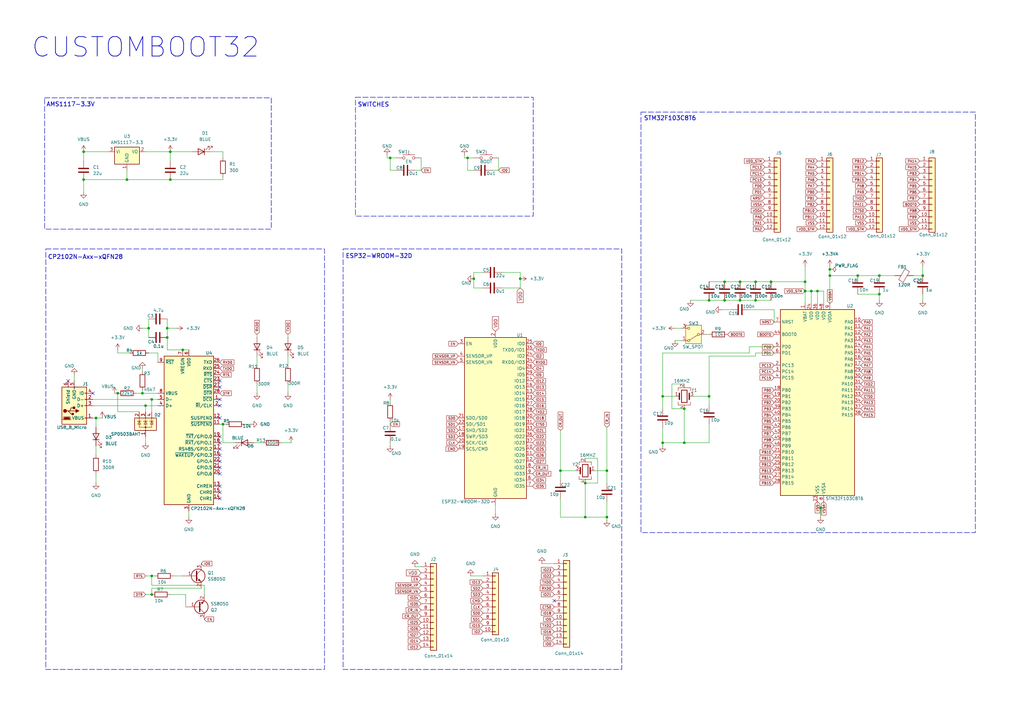
<source format=kicad_sch>
(kicad_sch (version 20231120) (generator "eeschema") (generator_version "8.0")
  (paper "A3")
  (title_block (title "CustomBoot32") (date "2025-07-03") (rev "v1") (company "Society of Robotics and Automation ") (comment 1 "Archit More"))
  (junction (at 62.23 236.22))
  (junction (at 271.78 181.61))
  (junction (at 335.28 119.38))
  (junction (at 229.87 193.04))
  (junction (at 52.07 73.66))
  (junction (at 60.96 134.62))
  (junction (at 297.18 115.57))
  (junction (at 332.74 119.38))
  (junction (at 62.23 163.83))
  (junction (at 68.58 134.62))
  (junction (at 330.2 119.38))
  (junction (at 240.03 198.12))
  (junction (at 213.36 114.3))
  (junction (at 74.93 143.51))
  (junction (at 303.53 123.19))
  (junction (at 160.02 64.77))
  (junction (at 309.88 115.57))
  (junction (at 34.29 62.23))
  (junction (at 309.88 123.19))
  (junction (at 360.68 113.03))
  (junction (at 360.68 120.65))
  (junction (at 340.36 113.03))
  (junction (at 68.58 138.43))
  (junction (at 62.23 243.84))
  (junction (at 290.83 162.56))
  (junction (at 59.69 166.37))
  (junction (at 248.92 212.09))
  (junction (at 303.53 115.57))
  (junction (at 336.55 208.28))
  (junction (at 69.85 73.66))
  (junction (at 34.29 73.66))
  (junction (at 340.36 110.49))
  (junction (at 316.23 115.57))
  (junction (at 69.85 62.23))
  (junction (at 48.26 161.29))
  (junction (at 290.83 123.19))
  (junction (at 378.46 113.03))
  (junction (at 240.03 212.09))
  (junction (at 58.42 161.29))
  (junction (at 280.67 181.61))
  (junction (at 248.92 193.04))
  (junction (at 271.78 162.56))
  (junction (at 39.37 171.45))
  (junction (at 191.77 64.77))
  (junction (at 280.67 167.64))
  (junction (at 297.18 123.19))
  (junction (at 351.79 113.03))
  (junction (at 330.2 115.57))
  (junction (at 194.31 114.3))
  (junction (at 91.44 173.99))
  (no_connect (at 90.17 171.45))
  (no_connect (at 90.17 166.37))
  (no_connect (at 90.17 179.07))
  (no_connect (at 90.17 184.15))
  (no_connect (at 90.17 204.47))
  (no_connect (at 90.17 189.23))
  (no_connect (at 90.17 199.39))
  (no_connect (at 90.17 186.69))
  (no_connect (at 27.94 156.21))
  (no_connect (at 90.17 163.83))
  (no_connect (at 227.33 246.38))
  (no_connect (at 90.17 201.93))
  (no_connect (at 90.17 158.75))
  (no_connect (at 90.17 156.21))
  (no_connect (at 38.1 161.29))
  (no_connect (at 90.17 181.61))
  (no_connect (at 90.17 191.77))
  (no_connect (at 90.17 194.31))
  (wire (pts (xy 229.87 212.09) (xy 240.03 212.09)))
  (wire (pts (xy 105.41 137.16) (xy 105.41 138.43)))
  (wire (pts (xy 280.67 157.48) (xy 275.59 157.48)))
  (wire (pts (xy 332.74 119.38) (xy 335.28 119.38)))
  (wire (pts (xy 39.37 182.88) (xy 39.37 186.69)))
  (wire (pts (xy 213.36 114.3) (xy 213.36 118.11)))
  (wire (pts (xy 378.46 120.65) (xy 378.46 123.19)))
  (wire (pts (xy 190.5 63.5) (xy 190.5 64.77)))
  (wire (pts (xy 39.37 171.45) (xy 39.37 175.26)))
  (wire (pts (xy 160.02 181.61) (xy 160.02 182.88)))
  (wire (pts (xy 71.12 236.22) (xy 74.93 236.22)))
  (wire (pts (xy 38.1 171.45) (xy 39.37 171.45)))
  (wire (pts (xy 236.22 193.04) (xy 229.87 193.04)))
  (wire (pts (xy 283.21 123.19) (xy 290.83 123.19)))
  (wire (pts (xy 118.11 146.05) (xy 118.11 149.86)))
  (wire (pts (xy 248.92 198.12) (xy 248.92 193.04)))
  (wire (pts (xy 248.92 205.74) (xy 248.92 212.09)))
  (wire (pts (xy 77.47 209.55) (xy 77.47 212.09)))
  (wire (pts (xy 30.48 153.67) (xy 30.48 156.21)))
  (wire (pts (xy 275.59 167.64) (xy 280.67 167.64)))
  (wire (pts (xy 68.58 143.51) (xy 68.58 138.43)))
  (wire (pts (xy 34.29 62.23) (xy 34.29 66.04)))
  (wire (pts (xy 271.78 175.26) (xy 271.78 181.61)))
  (wire (pts (xy 59.69 243.84) (xy 62.23 243.84)))
  (wire (pts (xy 62.23 236.22) (xy 63.5 236.22)))
  (wire (pts (xy 307.34 142.24) (xy 307.34 144.78)))
  (wire (pts (xy 337.82 205.74) (xy 337.82 208.28)))
  (wire (pts (xy 57.15 168.91) (xy 48.26 168.91)))
  (wire (pts (xy 104.14 181.61) (xy 107.95 181.61)))
  (wire (pts (xy 64.77 144.78) (xy 64.77 148.59)))
  (wire (pts (xy 74.93 143.51) (xy 77.47 143.51)))
  (wire (pts (xy 170.18 69.85) (xy 172.72 69.85)))
  (wire (pts (xy 307.34 144.78) (xy 271.78 144.78)))
  (wire (pts (xy 91.44 73.66) (xy 69.85 73.66)))
  (wire (pts (xy 48.26 168.91) (xy 48.26 161.29)))
  (wire (pts (xy 191.77 64.77) (xy 194.31 64.77)))
  (wire (pts (xy 280.67 167.64) (xy 280.67 181.61)))
  (wire (pts (xy 194.31 69.85) (xy 191.77 69.85)))
  (wire (pts (xy 289.56 137.16) (xy 290.83 137.16)))
  (wire (pts (xy 284.48 162.56) (xy 290.83 162.56)))
  (wire (pts (xy 58.42 161.29) (xy 64.77 161.29)))
  (wire (pts (xy 83.82 243.84) (xy 83.82 240.03)))
  (wire (pts (xy 76.2 243.84) (xy 76.2 248.92)))
  (wire (pts (xy 335.28 205.74) (xy 335.28 208.28)))
  (wire (pts (xy 330.2 109.22) (xy 330.2 115.57)))
  (wire (pts (xy 205.74 111.76) (xy 213.36 111.76)))
  (wire (pts (xy 205.74 118.11) (xy 213.36 118.11)))
  (wire (pts (xy 59.69 62.23) (xy 69.85 62.23)))
  (wire (pts (xy 58.42 134.62) (xy 60.96 134.62)))
  (wire (pts (xy 39.37 171.45) (xy 41.91 171.45)))
  (wire (pts (xy 193.04 236.22) (xy 198.12 236.22)))
  (wire (pts (xy 34.29 73.66) (xy 52.07 73.66)))
  (wire (pts (xy 309.88 144.78) (xy 309.88 146.05)))
  (wire (pts (xy 295.91 127) (xy 299.72 127)))
  (wire (pts (xy 330.2 119.38) (xy 332.74 119.38)))
  (wire (pts (xy 337.82 119.38) (xy 337.82 124.46)))
  (wire (pts (xy 118.11 157.48) (xy 118.11 161.29)))
  (wire (pts (xy 160.02 69.85) (xy 160.02 64.77)))
  (wire (pts (xy 297.18 123.19) (xy 303.53 123.19)))
  (wire (pts (xy 290.83 123.19) (xy 297.18 123.19)))
  (wire (pts (xy 317.5 127) (xy 317.5 132.08)))
  (wire (pts (xy 309.88 144.78) (xy 317.5 144.78)))
  (wire (pts (xy 248.92 175.26) (xy 248.92 193.04)))
  (wire (pts (xy 330.2 115.57) (xy 330.2 119.38)))
  (wire (pts (xy 240.03 187.96) (xy 245.11 187.96)))
  (wire (pts (xy 59.69 179.07) (xy 59.69 181.61)))
  (wire (pts (xy 160.02 64.77) (xy 162.56 64.77)))
  (wire (pts (xy 86.36 62.23) (xy 91.44 62.23)))
  (wire (pts (xy 271.78 162.56) (xy 276.86 162.56)))
  (wire (pts (xy 240.03 198.12) (xy 240.03 212.09)))
  (wire (pts (xy 160.02 163.83) (xy 160.02 165.1)))
  (wire (pts (xy 55.88 161.29) (xy 58.42 161.29)))
  (wire (pts (xy 374.65 113.03) (xy 378.46 113.03)))
  (wire (pts (xy 248.92 212.09) (xy 248.92 213.36)))
  (wire (pts (xy 213.36 111.76) (xy 213.36 114.3)))
  (wire (pts (xy 83.82 240.03) (xy 62.23 240.03)))
  (wire (pts (xy 330.2 119.38) (xy 330.2 124.46)))
  (wire (pts (xy 46.99 161.29) (xy 48.26 161.29)))
  (wire (pts (xy 58.42 151.13) (xy 58.42 152.4)))
  (wire (pts (xy 297.18 115.57) (xy 303.53 115.57)))
  (wire (pts (xy 307.34 142.24) (xy 317.5 142.24)))
  (wire (pts (xy 290.83 162.56) (xy 290.83 166.37)))
  (wire (pts (xy 335.28 208.28) (xy 336.55 208.28)))
  (wire (pts (xy 290.83 115.57) (xy 297.18 115.57)))
  (wire (pts (xy 336.55 208.28) (xy 336.55 212.09)))
  (wire (pts (xy 229.87 176.53) (xy 229.87 193.04)))
  (wire (pts (xy 34.29 62.23) (xy 44.45 62.23)))
  (wire (pts (xy 91.44 72.39) (xy 91.44 73.66)))
  (wire (pts (xy 222.25 231.14) (xy 227.33 231.14)))
  (wire (pts (xy 59.69 166.37) (xy 64.77 166.37)))
  (wire (pts (xy 158.75 64.77) (xy 160.02 64.77)))
  (wire (pts (xy 91.44 181.61) (xy 96.52 181.61)))
  (wire (pts (xy 245.11 187.96) (xy 245.11 198.12)))
  (wire (pts (xy 335.28 119.38) (xy 337.82 119.38)))
  (wire (pts (xy 170.18 232.41) (xy 172.72 232.41)))
  (wire (pts (xy 240.03 212.09) (xy 248.92 212.09)))
  (wire (pts (xy 158.75 63.5) (xy 158.75 64.77)))
  (wire (pts (xy 190.5 64.77) (xy 191.77 64.77)))
  (wire (pts (xy 229.87 193.04) (xy 229.87 196.85)))
  (wire (pts (xy 198.12 118.11) (xy 194.31 118.11)))
  (wire (pts (xy 48.26 144.78) (xy 53.34 144.78)))
  (wire (pts (xy 38.1 163.83) (xy 62.23 163.83)))
  (wire (pts (xy 201.93 69.85) (xy 204.47 69.85)))
  (wire (pts (xy 351.79 113.03) (xy 340.36 113.03)))
  (wire (pts (xy 68.58 130.81) (xy 68.58 134.62)))
  (wire (pts (xy 194.31 114.3) (xy 194.31 111.76)))
  (wire (pts (xy 245.11 198.12) (xy 240.03 198.12)))
  (wire (pts (xy 204.47 64.77) (xy 204.47 69.85)))
  (wire (pts (xy 378.46 109.22) (xy 378.46 113.03)))
  (wire (pts (xy 194.31 111.76) (xy 198.12 111.76)))
  (wire (pts (xy 280.67 181.61) (xy 271.78 181.61)))
  (wire (pts (xy 191.77 69.85) (xy 191.77 64.77)))
  (wire (pts (xy 58.42 160.02) (xy 58.42 161.29)))
  (wire (pts (xy 90.17 173.99) (xy 91.44 173.99)))
  (wire (pts (xy 60.96 134.62) (xy 60.96 138.43)))
  (wire (pts (xy 271.78 167.64) (xy 271.78 162.56)))
  (wire (pts (xy 340.36 113.03) (xy 340.36 124.46)))
  (wire (pts (xy 62.23 240.03) (xy 62.23 236.22)))
  (wire (pts (xy 248.92 193.04) (xy 243.84 193.04)))
  (wire (pts (xy 59.69 236.22) (xy 62.23 236.22)))
  (wire (pts (xy 172.72 64.77) (xy 172.72 69.85)))
  (wire (pts (xy 69.85 62.23) (xy 78.74 62.23)))
  (wire (pts (xy 160.02 172.72) (xy 160.02 173.99)))
  (wire (pts (xy 162.56 69.85) (xy 160.02 69.85)))
  (wire (pts (xy 229.87 204.47) (xy 229.87 212.09)))
  (wire (pts (xy 105.41 157.48) (xy 105.41 161.29)))
  (wire (pts (xy 276.86 139.7) (xy 279.4 139.7)))
  (wire (pts (xy 34.29 73.66) (xy 34.29 78.74)))
  (wire (pts (xy 115.57 181.61) (xy 119.38 181.61)))
  (wire (pts (xy 62.23 241.3) (xy 62.23 243.84)))
  (wire (pts (xy 309.88 115.57) (xy 316.23 115.57)))
  (wire (pts (xy 303.53 123.19) (xy 309.88 123.19)))
  (wire (pts (xy 276.86 134.62) (xy 279.4 134.62)))
  (wire (pts (xy 69.85 62.23) (xy 69.85 66.04)))
  (wire (pts (xy 68.58 134.62) (xy 72.39 134.62)))
  (wire (pts (xy 69.85 243.84) (xy 76.2 243.84)))
  (wire (pts (xy 194.31 118.11) (xy 194.31 114.3)))
  (wire (pts (xy 271.78 144.78) (xy 271.78 162.56)))
  (wire (pts (xy 91.44 62.23) (xy 91.44 64.77)))
  (wire (pts (xy 60.96 130.81) (xy 60.96 134.62)))
  (wire (pts (xy 91.44 181.61) (xy 91.44 173.99)))
  (wire (pts (xy 336.55 208.28) (xy 337.82 208.28)))
  (wire (pts (xy 62.23 163.83) (xy 64.77 163.83)))
  (wire (pts (xy 303.53 115.57) (xy 309.88 115.57)))
  (wire (pts (xy 290.83 146.05) (xy 290.83 162.56)))
  (wire (pts (xy 100.33 173.99) (xy 102.87 173.99)))
  (wire (pts (xy 62.23 163.83) (xy 62.23 168.91)))
  (wire (pts (xy 52.07 69.85) (xy 52.07 73.66)))
  (wire (pts (xy 271.78 181.61) (xy 271.78 182.88)))
  (wire (pts (xy 91.44 173.99) (xy 92.71 173.99)))
  (wire (pts (xy 290.83 173.99) (xy 290.83 181.61)))
  (wire (pts (xy 360.68 120.65) (xy 360.68 123.19)))
  (wire (pts (xy 335.28 119.38) (xy 335.28 124.46)))
  (wire (pts (xy 340.36 110.49) (xy 340.36 113.03)))
  (wire (pts (xy 68.58 134.62) (xy 68.58 138.43)))
  (wire (pts (xy 60.96 144.78) (xy 64.77 144.78)))
  (wire (pts (xy 340.36 109.22) (xy 340.36 110.49)))
  (wire (pts (xy 52.07 73.66) (xy 69.85 73.66)))
  (wire (pts (xy 351.79 113.03) (xy 360.68 113.03)))
  (wire (pts (xy 48.26 143.51) (xy 48.26 144.78)))
  (wire (pts (xy 290.83 181.61) (xy 280.67 181.61)))
  (wire (pts (xy 275.59 157.48) (xy 275.59 167.64)))
  (wire (pts (xy 105.41 146.05) (xy 105.41 149.86)))
  (wire (pts (xy 360.68 113.03) (xy 367.03 113.03)))
  (wire (pts (xy 68.58 143.51) (xy 74.93 143.51)))
  (wire (pts (xy 351.79 120.65) (xy 360.68 120.65)))
  (wire (pts (xy 332.74 119.38) (xy 332.74 124.46)))
  (wire (pts (xy 309.88 146.05) (xy 290.83 146.05)))
  (wire (pts (xy 309.88 123.19) (xy 316.23 123.19)))
  (wire (pts (xy 203.2 207.01) (xy 203.2 210.82)))
  (wire (pts (xy 307.34 127) (xy 317.5 127)))
  (wire (pts (xy 38.1 166.37) (xy 59.69 166.37)))
  (wire (pts (xy 316.23 115.57) (xy 330.2 115.57)))
  (wire (pts (xy 82.55 241.3) (xy 62.23 241.3)))
  (wire (pts (xy 118.11 137.16) (xy 118.11 138.43)))
  (wire (pts (xy 59.69 166.37) (xy 59.69 168.91)))
  (wire (pts (xy 39.37 194.31) (xy 39.37 198.12)))
  (rectangle (start 18.288 40.132) (end 111.252 93.98) (stroke (width 0.2) (type dash)))
  (rectangle (start 18.796 102.108) (end 133.096 274.574) (stroke (width 0.2) (type dash)))
  (rectangle (start 145.796 39.878) (end 218.694 88.646) (stroke (width 0.2) (type dash)))
  (rectangle (start 262.89 45.974) (end 400.05 218.44) (stroke (width 0.2) (type dash)))
  (rectangle (start 140.716 102.108) (end 255.016 274.574) (stroke (width 0.2) (type dash)))
  (text "CP2102N-Axx-xQFN28\n\n" (at 35.052 106.934 0) (effects (font (size 1.75 1.75) (thickness 0.254) (bold yes))))
  (text "SWITCHES\n\n" (at 153.162 44.45 0) (effects (font (size 1.75 1.75) (thickness 0.254) (bold yes))))
  (text "ESP32-WROOM-32D\n" (at 155.448 105.156 0) (effects (font (size 1.75 1.75) (thickness 0.254) (bold yes))))
  (text "AMS1117-3.3V\n" (at 28.956 42.926 0) (effects (font (size 1.75 1.75) (thickness 0.254) (bold yes))))
  (text "STM32F103C8T6\n\n" (at 274.828 50.038 0) (effects (font (size 1.75 1.75) (thickness 0.254) (bold yes))))
  (text "CUSTOMBOOT32" (at 59.69 19.558 0) (effects (font (size 8 8) (thickness 0.28) (bold yes))))
  (global_label "SD0" (shape input) (at 198.12 251.46 180) (effects (font (size 1 1))) (property "Intersheetrefs" "${INTERSHEET_REFS}" (effects (hide yes))))
  (global_label "PB15" (shape input) (at 355.6 73.66 180) (effects (font (size 1 1))) (property "Intersheetrefs" "${INTERSHEET_REFS}" (effects (hide yes))))
  (global_label "IO4" (shape input) (at 218.44 151.13 0) (effects (font (size 1 1))) (property "Intersheetrefs" "${INTERSHEET_REFS}" (effects (hide yes))))
  (global_label "TXDO" (shape input) (at 90.17 151.13 0) (effects (font (size 1 1))) (property "Intersheetrefs" "${INTERSHEET_REFS}" (effects (hide yes))))
  (global_label "CLK" (shape input) (at 198.12 248.92 180) (effects (font (size 1 1))) (property "Intersheetrefs" "${INTERSHEET_REFS}" (effects (hide yes))))
  (global_label "TXD2" (shape input) (at 218.44 168.91 0) (effects (font (size 1 1))) (property "Intersheetrefs" "${INTERSHEET_REFS}" (effects (hide yes))))
  (global_label "IO12" (shape input) (at 172.72 265.43 180) (effects (font (size 1 1))) (property "Intersheetrefs" "${INTERSHEET_REFS}" (effects (hide yes))))
  (global_label "SD0" (shape input) (at 187.96 171.45 180) (effects (font (size 1 1))) (property "Intersheetrefs" "${INTERSHEET_REFS}" (effects (hide yes))))
  (global_label "CR_OUT" (shape input) (at 218.44 194.31 0) (effects (font (size 1 1))) (property "Intersheetrefs" "${INTERSHEET_REFS}" (effects (hide yes))))
  (global_label "PB10" (shape input) (at 317.5 185.42 180) (effects (font (size 1 1))) (property "Intersheetrefs" "${INTERSHEET_REFS}" (effects (hide yes))))
  (global_label "IO22" (shape input) (at 227.33 236.22 180) (effects (font (size 1 1))) (property "Intersheetrefs" "${INTERSHEET_REFS}" (effects (hide yes))))
  (global_label "PD0" (shape input) (at 317.5 142.24 180) (effects (font (size 1 1))) (property "Intersheetrefs" "${INTERSHEET_REFS}" (effects (hide yes))))
  (global_label "IO5" (shape input) (at 227.33 254 180) (effects (font (size 1 1))) (property "Intersheetrefs" "${INTERSHEET_REFS}" (effects (hide yes))))
  (global_label "PA1" (shape input) (at 313.69 91.44 180) (effects (font (size 1 1))) (property "Intersheetrefs" "${INTERSHEET_REFS}" (effects (hide yes))))
  (global_label "PB7" (shape input) (at 317.5 177.8 180) (effects (font (size 1 1))) (property "Intersheetrefs" "${INTERSHEET_REFS}" (effects (hide yes))))
  (global_label "PC15" (shape input) (at 313.69 73.66 180) (effects (font (size 1 1))) (property "Intersheetrefs" "${INTERSHEET_REFS}" (effects (hide yes))))
  (global_label "SENSOR_VN" (shape input) (at 187.96 148.59 180) (effects (font (size 1 1))) (property "Intersheetrefs" "${INTERSHEET_REFS}" (effects (hide yes))))
  (global_label "BOOT0" (shape input) (at 317.5 137.16 180) (effects (font (size 1 1))) (property "Intersheetrefs" "${INTERSHEET_REFS}" (effects (hide yes))))
  (global_label "IO15" (shape input) (at 198.12 256.54 180) (effects (font (size 1 1))) (property "Intersheetrefs" "${INTERSHEET_REFS}" (effects (hide yes))))
  (global_label "PB13" (shape input) (at 355.6 68.58 180) (effects (font (size 1 1))) (property "Intersheetrefs" "${INTERSHEET_REFS}" (effects (hide yes))))
  (global_label "CTS0" (shape input) (at 355.6 86.36 180) (effects (font (size 1 1))) (property "Intersheetrefs" "${INTERSHEET_REFS}" (effects (hide yes))))
  (global_label "PA7" (shape input) (at 335.28 76.2 180) (effects (font (size 1 1))) (property "Intersheetrefs" "${INTERSHEET_REFS}" (effects (hide yes))))
  (global_label "DTR" (shape input) (at 90.17 161.29 0) (effects (font (size 1 1))) (property "Intersheetrefs" "${INTERSHEET_REFS}" (effects (hide yes))))
  (global_label "IO0" (shape input) (at 227.33 264.16 180) (effects (font (size 1 1))) (property "Intersheetrefs" "${INTERSHEET_REFS}" (effects (hide yes))))
  (global_label "RTS" (shape input) (at 59.69 236.22 180) (effects (font (size 1 1))) (property "Intersheetrefs" "${INTERSHEET_REFS}" (effects (hide yes))))
  (global_label "PB6" (shape input) (at 317.5 175.26 180) (effects (font (size 1 1))) (property "Intersheetrefs" "${INTERSHEET_REFS}" (effects (hide yes))))
  (global_label "PB4" (shape input) (at 317.5 170.18 180) (effects (font (size 1 1))) (property "Intersheetrefs" "${INTERSHEET_REFS}" (effects (hide yes))))
  (global_label "IO0" (shape input) (at 204.47 69.85 0) (effects (font (size 1 1))) (property "Intersheetrefs" "${INTERSHEET_REFS}" (effects (hide yes))))
  (global_label "PA5" (shape input) (at 335.28 71.12 180) (effects (font (size 1 1))) (property "Intersheetrefs" "${INTERSHEET_REFS}" (effects (hide yes))))
  (global_label "EN" (shape input) (at 172.72 237.49 180) (effects (font (size 1 1))) (property "Intersheetrefs" "${INTERSHEET_REFS}" (effects (hide yes))))
  (global_label "PC13" (shape input) (at 313.69 68.58 180) (effects (font (size 1 1))) (property "Intersheetrefs" "${INTERSHEET_REFS}" (effects (hide yes))))
  (global_label "IO5" (shape input) (at 218.44 153.67 0) (effects (font (size 1 1))) (property "Intersheetrefs" "${INTERSHEET_REFS}" (effects (hide yes))))
  (global_label "PB12" (shape input) (at 355.6 66.04 180) (effects (font (size 1 1))) (property "Intersheetrefs" "${INTERSHEET_REFS}" (effects (hide yes))))
  (global_label "CR_IN" (shape input) (at 218.44 191.77 0) (effects (font (size 1 1))) (property "Intersheetrefs" "${INTERSHEET_REFS}" (effects (hide yes))))
  (global_label "PB8" (shape input) (at 377.19 86.36 180) (effects (font (size 1 1))) (property "Intersheetrefs" "${INTERSHEET_REFS}" (effects (hide yes))))
  (global_label "PC15" (shape input) (at 317.5 154.94 180) (effects (font (size 1 1))) (property "Intersheetrefs" "${INTERSHEET_REFS}" (effects (hide yes))))
  (global_label "PB5" (shape input) (at 317.5 172.72 180) (effects (font (size 1 1))) (property "Intersheetrefs" "${INTERSHEET_REFS}" (effects (hide yes))))
  (global_label "PC14" (shape input) (at 317.5 152.4 180) (effects (font (size 1 1))) (property "Intersheetrefs" "${INTERSHEET_REFS}" (effects (hide yes))))
  (global_label "CMD" (shape input) (at 198.12 246.38 180) (effects (font (size 1 1))) (property "Intersheetrefs" "${INTERSHEET_REFS}" (effects (hide yes))))
  (global_label "NRST" (shape input) (at 317.5 132.08 180) (effects (font (size 1 1))) (property "Intersheetrefs" "${INTERSHEET_REFS}" (effects (hide yes))))
  (global_label "SENSOR_VP" (shape input) (at 172.72 240.03 180) (effects (font (size 1 1))) (property "Intersheetrefs" "${INTERSHEET_REFS}" (effects (hide yes))))
  (global_label "VDD" (shape input) (at 203.2 135.89 90) (property "Intersheetrefs" "${INTERSHEET_REFS}" (effects (hide yes))))
  (global_label "RTS" (shape input) (at 90.17 153.67 0) (effects (font (size 1 1))) (property "Intersheetrefs" "${INTERSHEET_REFS}" (effects (hide yes))))
  (global_label "IO14" (shape input) (at 218.44 161.29 0) (effects (font (size 1 1))) (property "Intersheetrefs" "${INTERSHEET_REFS}" (effects (hide yes))))
  (global_label "IO18" (shape input) (at 218.44 171.45 0) (effects (font (size 1 1))) (property "Intersheetrefs" "${INTERSHEET_REFS}" (effects (hide yes))))
  (global_label "IO27" (shape input) (at 172.72 260.35 180) (effects (font (size 1 1))) (property "Intersheetrefs" "${INTERSHEET_REFS}" (effects (hide yes))))
  (global_label "IO0" (shape input) (at 82.55 231.14 0) (effects (font (size 1 1))) (property "Intersheetrefs" "${INTERSHEET_REFS}" (effects (hide yes))))
  (global_label "PA5" (shape input) (at 353.06 144.78 0) (effects (font (size 1 1))) (property "Intersheetrefs" "${INTERSHEET_REFS}" (effects (hide yes))))
  (global_label "TXD2" (shape input) (at 227.33 256.54 180) (effects (font (size 1 1))) (property "Intersheetrefs" "${INTERSHEET_REFS}" (effects (hide yes))))
  (global_label "IO35" (shape input) (at 218.44 199.39 0) (effects (font (size 1 1))) (property "Intersheetrefs" "${INTERSHEET_REFS}" (effects (hide yes))))
  (global_label "DTR" (shape input) (at 59.69 243.84 180) (effects (font (size 1 1))) (property "Intersheetrefs" "${INTERSHEET_REFS}" (effects (hide yes))))
  (global_label "PB5" (shape input) (at 377.19 76.2 180) (effects (font (size 1 1))) (property "Intersheetrefs" "${INTERSHEET_REFS}" (effects (hide yes))))
  (global_label "PA0" (shape input) (at 353.06 132.08 0) (effects (font (size 1 1))) (property "Intersheetrefs" "${INTERSHEET_REFS}" (effects (hide yes))))
  (global_label "RXD0" (shape input) (at 218.44 148.59 0) (effects (font (size 1 1))) (property "Intersheetrefs" "${INTERSHEET_REFS}" (effects (hide yes))))
  (global_label "PB1" (shape input) (at 317.5 162.56 180) (effects (font (size 1 1))) (property "Intersheetrefs" "${INTERSHEET_REFS}" (effects (hide yes))))
  (global_label "PA2" (shape input) (at 313.69 93.98 180) (effects (font (size 1 1))) (property "Intersheetrefs" "${INTERSHEET_REFS}" (effects (hide yes))))
  (global_label "PA11" (shape input) (at 353.06 160.02 0) (effects (font (size 1 1))) (property "Intersheetrefs" "${INTERSHEET_REFS}" (effects (hide yes))))
  (global_label "PA1" (shape input) (at 353.06 134.62 0) (effects (font (size 1 1))) (property "Intersheetrefs" "${INTERSHEET_REFS}" (effects (hide yes))))
  (global_label "BOOT0" (shape input) (at 377.19 83.82 180) (effects (font (size 1 1))) (property "Intersheetrefs" "${INTERSHEET_REFS}" (effects (hide yes))))
  (global_label "IO34" (shape input) (at 172.72 245.11 180) (effects (font (size 1 1))) (property "Intersheetrefs" "${INTERSHEET_REFS}" (effects (hide yes))))
  (global_label "PA13" (shape input) (at 353.06 165.1 0) (effects (font (size 1 1))) (property "Intersheetrefs" "${INTERSHEET_REFS}" (effects (hide yes))))
  (global_label "VDD_STM" (shape input) (at 335.28 93.98 180) (effects (font (size 1 1))) (property "Intersheetrefs" "${INTERSHEET_REFS}" (effects (hide yes))))
  (global_label "PB14" (shape input) (at 355.6 71.12 180) (effects (font (size 1 1))) (property "Intersheetrefs" "${INTERSHEET_REFS}" (effects (hide yes))))
  (global_label "EN" (shape input) (at 83.82 254 0) (effects (font (size 1 1))) (property "Intersheetrefs" "${INTERSHEET_REFS}" (effects (hide yes))))
  (global_label "PB2" (shape input) (at 317.5 165.1 180) (effects (font (size 1 1))) (property "Intersheetrefs" "${INTERSHEET_REFS}" (effects (hide yes))))
  (global_label "PB0" (shape input) (at 335.28 78.74 180) (effects (font (size 1 1))) (property "Intersheetrefs" "${INTERSHEET_REFS}" (effects (hide yes))))
  (global_label "VSS" (shape input) (at 377.19 91.44 180) (effects (font (size 1 1))) (property "Intersheetrefs" "${INTERSHEET_REFS}" (effects (hide yes))))
  (global_label "EN" (shape input) (at 172.72 69.85 0) (effects (font (size 1 1))) (property "Intersheetrefs" "${INTERSHEET_REFS}" (effects (hide yes))))
  (global_label "PB12" (shape input) (at 317.5 190.5 180) (effects (font (size 1 1))) (property "Intersheetrefs" "${INTERSHEET_REFS}" (effects (hide yes))))
  (global_label "PA8" (shape input) (at 355.6 76.2 180) (effects (font (size 1 1))) (property "Intersheetrefs" "${INTERSHEET_REFS}" (effects (hide yes))))
  (global_label "PA2" (shape input) (at 353.06 137.16 0) (effects (font (size 1 1))) (property "Intersheetrefs" "${INTERSHEET_REFS}" (effects (hide yes))))
  (global_label "PC14" (shape input) (at 313.69 71.12 180) (effects (font (size 1 1))) (property "Intersheetrefs" "${INTERSHEET_REFS}" (effects (hide yes))))
  (global_label "PB15" (shape input) (at 317.5 198.12 180) (effects (font (size 1 1))) (property "Intersheetrefs" "${INTERSHEET_REFS}" (effects (hide yes))))
  (global_label "IO2" (shape input) (at 218.44 146.05 0) (effects (font (size 1 1))) (property "Intersheetrefs" "${INTERSHEET_REFS}" (effects (hide yes))))
  (global_label "IO27" (shape input) (at 218.44 189.23 0) (effects (font (size 1 1))) (property "Intersheetrefs" "${INTERSHEET_REFS}" (effects (hide yes))))
  (global_label "IO18" (shape input) (at 227.33 251.46 180) (effects (font (size 1 1))) (property "Intersheetrefs" "${INTERSHEET_REFS}" (effects (hide yes))))
  (global_label "PA9" (shape input) (at 355.6 78.74 180) (effects (font (size 1 1))) (property "Intersheetrefs" "${INTERSHEET_REFS}" (effects (hide yes))))
  (global_label "PD1" (shape input) (at 317.5 144.78 180) (effects (font (size 1 1))) (property "Intersheetrefs" "${INTERSHEET_REFS}" (effects (hide yes))))
  (global_label "PB14" (shape input) (at 317.5 195.58 180) (effects (font (size 1 1))) (property "Intersheetrefs" "${INTERSHEET_REFS}" (effects (hide yes))))
  (global_label "PA3" (shape input) (at 335.28 66.04 180) (effects (font (size 1 1))) (property "Intersheetrefs" "${INTERSHEET_REFS}" (effects (hide yes))))
  (global_label "PB9" (shape input) (at 377.19 88.9 180) (effects (font (size 1 1))) (property "Intersheetrefs" "${INTERSHEET_REFS}" (effects (hide yes))))
  (global_label "NRST" (shape input) (at 313.69 81.28 180) (effects (font (size 1 1))) (property "Intersheetrefs" "${INTERSHEET_REFS}" (effects (hide yes))))
  (global_label "PB0" (shape input) (at 317.5 160.02 180) (effects (font (size 1 1))) (property "Intersheetrefs" "${INTERSHEET_REFS}" (effects (hide yes))))
  (global_label "PB8" (shape input) (at 317.5 180.34 180) (effects (font (size 1 1))) (property "Intersheetrefs" "${INTERSHEET_REFS}" (effects (hide yes))))
  (global_label "IO16" (shape input) (at 227.33 259.08 180) (effects (font (size 1 1))) (property "Intersheetrefs" "${INTERSHEET_REFS}" (effects (hide yes))))
  (global_label "RXD0" (shape input) (at 90.17 148.59 0) (effects (font (size 1 1))) (property "Intersheetrefs" "${INTERSHEET_REFS}" (effects (hide yes))))
  (global_label "IO15" (shape input) (at 218.44 163.83 0) (effects (font (size 1 1))) (property "Intersheetrefs" "${INTERSHEET_REFS}" (effects (hide yes))))
  (global_label "IO13" (shape input) (at 198.12 238.76 180) (effects (font (size 1 1))) (property "Intersheetrefs" "${INTERSHEET_REFS}" (effects (hide yes))))
  (global_label "PA9" (shape input) (at 353.06 154.94 0) (effects (font (size 1 1))) (property "Intersheetrefs" "${INTERSHEET_REFS}" (effects (hide yes))))
  (global_label "TXDO" (shape input) (at 218.44 143.51 0) (effects (font (size 1 1))) (property "Intersheetrefs" "${INTERSHEET_REFS}" (effects (hide yes))))
  (global_label "IO22" (shape input) (at 218.44 179.07 0) (effects (font (size 1 1))) (property "Intersheetrefs" "${INTERSHEET_REFS}" (effects (hide yes))))
  (global_label "PA14" (shape input) (at 377.19 66.04 180) (effects (font (size 1 1))) (property "Intersheetrefs" "${INTERSHEET_REFS}" (effects (hide yes))))
  (global_label "IO23" (shape input) (at 227.33 233.68 180) (effects (font (size 1 1))) (property "Intersheetrefs" "${INTERSHEET_REFS}" (effects (hide yes))))
  (global_label "CR_IN" (shape input) (at 248.92 175.26 90) (effects (font (size 1 1))) (property "Intersheetrefs" "${INTERSHEET_REFS}" (effects (hide yes))))
  (global_label "VSS" (shape input) (at 355.6 91.44 180) (effects (font (size 1 1))) (property "Intersheetrefs" "${INTERSHEET_REFS}" (effects (hide yes))))
  (global_label "PB10" (shape input) (at 335.28 86.36 180) (effects (font (size 1 1))) (property "Intersheetrefs" "${INTERSHEET_REFS}" (effects (hide yes))))
  (global_label "IO25" (shape input) (at 218.44 184.15 0) (effects (font (size 1 1))) (property "Intersheetrefs" "${INTERSHEET_REFS}" (effects (hide yes))))
  (global_label "CR_OUT" (shape input) (at 172.72 252.73 180) (effects (font (size 1 1))) (property "Intersheetrefs" "${INTERSHEET_REFS}" (effects (hide yes))))
  (global_label "PB4" (shape input) (at 377.19 73.66 180) (effects (font (size 1 1))) (property "Intersheetrefs" "${INTERSHEET_REFS}" (effects (hide yes))))
  (global_label "CTS0" (shape input) (at 227.33 248.92 180) (effects (font (size 1 1))) (property "Intersheetrefs" "${INTERSHEET_REFS}" (effects (hide yes))))
  (global_label "PA13" (shape input) (at 355.6 88.9 180) (effects (font (size 1 1))) (property "Intersheetrefs" "${INTERSHEET_REFS}" (effects (hide yes))))
  (global_label "PA3" (shape input) (at 353.06 139.7 0) (effects (font (size 1 1))) (property "Intersheetrefs" "${INTERSHEET_REFS}" (effects (hide yes))))
  (global_label "SD2" (shape input) (at 198.12 241.3 180) (effects (font (size 1 1))) (property "Intersheetrefs" "${INTERSHEET_REFS}" (effects (hide yes))))
  (global_label "PD1" (shape input) (at 313.69 78.74 180) (effects (font (size 1 1))) (property "Intersheetrefs" "${INTERSHEET_REFS}" (effects (hide yes))))
  (global_label "SENSOR_VN" (shape input) (at 172.72 242.57 180) (effects (font (size 1 1))) (property "Intersheetrefs" "${INTERSHEET_REFS}" (effects (hide yes))))
  (global_label "SD2" (shape input) (at 187.96 176.53 180) (effects (font (size 1 1))) (property "Intersheetrefs" "${INTERSHEET_REFS}" (effects (hide yes))))
  (global_label "SD3" (shape input) (at 187.96 179.07 180) (effects (font (size 1 1))) (property "Intersheetrefs" "${INTERSHEET_REFS}" (effects (hide yes))))
  (global_label "CR_OUT" (shape input) (at 229.87 176.53 90) (effects (font (size 1 1))) (property "Intersheetrefs" "${INTERSHEET_REFS}" (effects (hide yes))))
  (global_label "EN" (shape input) (at 187.96 140.97 180) (effects (font (size 1 1))) (property "Intersheetrefs" "${INTERSHEET_REFS}" (effects (hide yes))))
  (global_label "IO0" (shape input) (at 218.44 140.97 0) (effects (font (size 1 1))) (property "Intersheetrefs" "${INTERSHEET_REFS}" (effects (hide yes))))
  (global_label "TXDO" (shape input) (at 227.33 238.76 180) (effects (font (size 1 1))) (property "Intersheetrefs" "${INTERSHEET_REFS}" (effects (hide yes))))
  (global_label "VDD_STM" (shape input) (at 313.69 66.04 180) (effects (font (size 1 1))) (property "Intersheetrefs" "${INTERSHEET_REFS}" (effects (hide yes))))
  (global_label "RXD0" (shape input) (at 227.33 241.3 180) (effects (font (size 1 1))) (property "Intersheetrefs" "${INTERSHEET_REFS}" (effects (hide yes))))
  (global_label "IO16" (shape input) (at 218.44 166.37 0) (effects (font (size 1 1))) (property "Intersheetrefs" "${INTERSHEET_REFS}" (effects (hide yes))))
  (global_label "PB9" (shape input) (at 317.5 182.88 180) (effects (font (size 1 1))) (property "Intersheetrefs" "${INTERSHEET_REFS}" (effects (hide yes))))
  (global_label "EN" (shape input) (at 160.02 173.99 0) (effects (font (size 1 1))) (property "Intersheetrefs" "${INTERSHEET_REFS}" (effects (hide yes))))
  (global_label "PA7" (shape input) (at 353.06 149.86 0) (effects (font (size 1 1))) (property "Intersheetrefs" "${INTERSHEET_REFS}" (effects (hide yes))))
  (global_label "VDD" (shape input) (at 213.36 118.11 270) (property "Intersheetrefs" "${INTERSHEET_REFS}" (effects (hide yes))))
  (global_label "SD1" (shape input) (at 187.96 173.99 180) (effects (font (size 1 1))) (property "Intersheetrefs" "${INTERSHEET_REFS}" (effects (hide yes))))
  (global_label "PA0" (shape input) (at 313.69 88.9 180) (effects (font (size 1 1))) (property "Intersheetrefs" "${INTERSHEET_REFS}" (effects (hide yes))))
  (global_label "IO26" (shape input) (at 172.72 257.81 180) (effects (font (size 1 1))) (property "Intersheetrefs" "${INTERSHEET_REFS}" (effects (hide yes))))
  (global_label "PD0" (shape input) (at 313.69 76.2 180) (effects (font (size 1 1))) (property "Intersheetrefs" "${INTERSHEET_REFS}" (effects (hide yes))))
  (global_label "PA11" (shape input) (at 355.6 83.82 180) (effects (font (size 1 1))) (property "Intersheetrefs" "${INTERSHEET_REFS}" (effects (hide yes))))
  (global_label "VSS" (shape input) (at 335.28 205.74 270) (effects (font (size 1 1))) (property "Intersheetrefs" "${INTERSHEET_REFS}" (effects (hide yes))))
  (global_label "PB11" (shape input) (at 335.28 88.9 180) (effects (font (size 1 1))) (property "Intersheetrefs" "${INTERSHEET_REFS}" (effects (hide yes))))
  (global_label "VDDA" (shape input) (at 313.69 86.36 180) (effects (font (size 1 1))) (property "Intersheetrefs" "${INTERSHEET_REFS}" (effects (hide yes))))
  (global_label "PA6" (shape input) (at 353.06 147.32 0) (effects (font (size 1 1))) (property "Intersheetrefs" "${INTERSHEET_REFS}" (effects (hide yes))))
  (global_label "RXD0" (shape input) (at 105.41 137.16 90) (effects (font (size 1 1))) (property "Intersheetrefs" "${INTERSHEET_REFS}" (effects (hide yes))))
  (global_label "IO21" (shape input) (at 227.33 243.84 180) (effects (font (size 1 1))) (property "Intersheetrefs" "${INTERSHEET_REFS}" (effects (hide yes))))
  (global_label "CTS0" (shape input) (at 353.06 162.56 0) (effects (font (size 1 1))) (property "Intersheetrefs" "${INTERSHEET_REFS}" (effects (hide yes))))
  (global_label "TXD2" (shape input) (at 353.06 157.48 0) (effects (font (size 1 1))) (property "Intersheetrefs" "${INTERSHEET_REFS}" (effects (hide yes))))
  (global_label "PA14" (shape input) (at 353.06 167.64 0) (effects (font (size 1 1))) (property "Intersheetrefs" "${INTERSHEET_REFS}" (effects (hide yes))))
  (global_label "PB1" (shape input) (at 335.28 81.28 180) (effects (font (size 1 1))) (property "Intersheetrefs" "${INTERSHEET_REFS}" (effects (hide yes))))
  (global_label "IO21" (shape input) (at 218.44 176.53 0) (effects (font (size 1 1))) (property "Intersheetrefs" "${INTERSHEET_REFS}" (effects (hide yes))))
  (global_label "IO23" (shape input) (at 218.44 181.61 0) (effects (font (size 1 1))) (property "Intersheetrefs" "${INTERSHEET_REFS}" (effects (hide yes))))
  (global_label "IO34" (shape input) (at 218.44 196.85 0) (effects (font (size 1 1))) (property "Intersheetrefs" "${INTERSHEET_REFS}" (effects (hide yes))))
  (global_label "PB6" (shape input) (at 377.19 78.74 180) (effects (font (size 1 1))) (property "Intersheetrefs" "${INTERSHEET_REFS}" (effects (hide yes))))
  (global_label "PA4" (shape input) (at 353.06 142.24 0) (effects (font (size 1 1))) (property "Intersheetrefs" "${INTERSHEET_REFS}" (effects (hide yes))))
  (global_label "SENSOR_VP" (shape input) (at 187.96 146.05 180) (effects (font (size 1 1))) (property "Intersheetrefs" "${INTERSHEET_REFS}" (effects (hide yes))))
  (global_label "IO13" (shape input) (at 218.44 158.75 0) (effects (font (size 1 1))) (property "Intersheetrefs" "${INTERSHEET_REFS}" (effects (hide yes))))
  (global_label "VDD_STM" (shape input) (at 355.6 93.98 180) (effects (font (size 1 1))) (property "Intersheetrefs" "${INTERSHEET_REFS}" (effects (hide yes))))
  (global_label "IO25" (shape input) (at 172.72 255.27 180) (effects (font (size 1 1))) (property "Intersheetrefs" "${INTERSHEET_REFS}" (effects (hide yes))))
  (global_label "IO26" (shape input) (at 218.44 186.69 0) (effects (font (size 1 1))) (property "Intersheetrefs" "${INTERSHEET_REFS}" (effects (hide yes))))
  (global_label "VDD_STM" (shape input) (at 377.19 93.98 180) (effects (font (size 1 1))) (property "Intersheetrefs" "${INTERSHEET_REFS}" (effects (hide yes))))
  (global_label "IO4" (shape input) (at 227.33 261.62 180) (effects (font (size 1 1))) (property "Intersheetrefs" "${INTERSHEET_REFS}" (effects (hide yes))))
  (global_label "SD3" (shape input) (at 198.12 243.84 180) (effects (font (size 1 1))) (property "Intersheetrefs" "${INTERSHEET_REFS}" (effects (hide yes))))
  (global_label "PB3" (shape input) (at 317.5 167.64 180) (effects (font (size 1 1))) (property "Intersheetrefs" "${INTERSHEET_REFS}" (effects (hide yes))))
  (global_label "VSSA" (shape input) (at 313.69 83.82 180) (effects (font (size 1 1))) (property "Intersheetrefs" "${INTERSHEET_REFS}" (effects (hide yes))))
  (global_label "PA15" (shape input) (at 353.06 170.18 0) (effects (font (size 1 1))) (property "Intersheetrefs" "${INTERSHEET_REFS}" (effects (hide yes))))
  (global_label "PB3" (shape input) (at 377.19 71.12 180) (effects (font (size 1 1))) (property "Intersheetrefs" "${INTERSHEET_REFS}" (effects (hide yes))))
  (global_label "IO12" (shape input) (at 218.44 156.21 0) (effects (font (size 1 1))) (property "Intersheetrefs" "${INTERSHEET_REFS}" (effects (hide yes))))
  (global_label "IO2" (shape input) (at 198.12 259.08 180) (effects (font (size 1 1))) (property "Intersheetrefs" "${INTERSHEET_REFS}" (effects (hide yes))))
  (global_label "CLK" (shape input) (at 187.96 181.61 180) (effects (font (size 1 1))) (property "Intersheetrefs" "${INTERSHEET_REFS}" (effects (hide yes))))
  (global_label "SD1" (shape input) (at 198.12 254 180) (effects (font (size 1 1))) (property "Intersheetrefs" "${INTERSHEET_REFS}" (effects (hide yes))))
  (global_label "CMD" (shape input) (at 187.96 184.15 180) (effects (font (size 1 1))) (property "Intersheetrefs" "${INTERSHEET_REFS}" (effects (hide yes))))
  (global_label "VDDA" (shape input) (at 340.36 124.46 90) (effects (font (size 1 1))) (property "Intersheetrefs" "${INTERSHEET_REFS}" (effects (hide yes))))
  (global_label "IO14" (shape input) (at 172.72 262.89 180) (effects (font (size 1 1))) (property "Intersheetrefs" "${INTERSHEET_REFS}" (effects (hide yes))))
  (global_label "VSS" (shape input) (at 335.28 91.44 180) (effects (font (size 1 1))) (property "Intersheetrefs" "${INTERSHEET_REFS}" (effects (hide yes))))
  (global_label "TXDO" (shape input) (at 118.11 137.16 90) (effects (font (size 1 1))) (property "Intersheetrefs" "${INTERSHEET_REFS}" (effects (hide yes))))
  (global_label "VDD_STM" (shape input) (at 330.2 119.38 180) (effects (font (size 1 1))) (property "Intersheetrefs" "${INTERSHEET_REFS}" (effects (hide yes))))
  (global_label "PB11" (shape input) (at 317.5 187.96 180) (effects (font (size 1 1))) (property "Intersheetrefs" "${INTERSHEET_REFS}" (effects (hide yes))))
  (global_label "PC13" (shape input) (at 317.5 149.86 180) (effects (font (size 1 1))) (property "Intersheetrefs" "${INTERSHEET_REFS}" (effects (hide yes))))
  (global_label "VDD" (shape input) (at 172.72 234.95 180) (property "Intersheetrefs" "${INTERSHEET_REFS}" (effects (hide yes))))
  (global_label "BOOT0" (shape input) (at 298.45 137.16 0) (effects (font (size 1 1))) (property "Intersheetrefs" "${INTERSHEET_REFS}" (effects (hide yes))))
  (global_label "PA15" (shape input) (at 377.19 68.58 180) (effects (font (size 1 1))) (property "Intersheetrefs" "${INTERSHEET_REFS}" (effects (hide yes))))
  (global_label "IO35" (shape input) (at 172.72 247.65 180) (effects (font (size 1 1))) (property "Intersheetrefs" "${INTERSHEET_REFS}" (effects (hide yes))))
  (global_label "CR_IN" (shape input) (at 172.72 250.19 180) (effects (font (size 1 1))) (property "Intersheetrefs" "${INTERSHEET_REFS}" (effects (hide yes))))
  (global_label "PA4" (shape input) (at 335.28 68.58 180) (effects (font (size 1 1))) (property "Intersheetrefs" "${INTERSHEET_REFS}" (effects (hide yes))))
  (global_label "PB7" (shape input) (at 377.19 81.28 180) (effects (font (size 1 1))) (property "Intersheetrefs" "${INTERSHEET_REFS}" (effects (hide yes))))
  (global_label "PB13" (shape input) (at 317.5 193.04 180) (effects (font (size 1 1))) (property "Intersheetrefs" "${INTERSHEET_REFS}" (effects (hide yes))))
  (global_label "TXD2" (shape input) (at 355.6 81.28 180) (effects (font (size 1 1))) (property "Intersheetrefs" "${INTERSHEET_REFS}" (effects (hide yes))))
  (global_label "PB2" (shape input) (at 335.28 83.82 180) (effects (font (size 1 1))) (property "Intersheetrefs" "${INTERSHEET_REFS}" (effects (hide yes))))
  (global_label "VSSA" (shape input) (at 337.82 205.74 270) (effects (font (size 1 1))) (property "Intersheetrefs" "${INTERSHEET_REFS}" (effects (hide yes))))
  (global_label "CTS0" (shape input) (at 218.44 173.99 0) (effects (font (size 1 1))) (property "Intersheetrefs" "${INTERSHEET_REFS}" (effects (hide yes))))
  (global_label "PA8" (shape input) (at 353.06 152.4 0) (effects (font (size 1 1))) (property "Intersheetrefs" "${INTERSHEET_REFS}" (effects (hide yes))))
  (global_label "PA6" (shape input) (at 335.28 73.66 180) (effects (font (size 1 1))) (property "Intersheetrefs" "${INTERSHEET_REFS}" (effects (hide yes))))
  (symbol (lib_id "power:+3.3V") (at 48.26 143.51 0) (unit 1)
    (property "Reference" "#PWR012" (effects (hide yes)))
    (property "Value" "+3.3V" (at 48.26 138.43 0))
    (property "Description" "Power symbol creates a global label with name \"+3.3V\"" (effects (hide yes)))
  )
  (symbol (lib_id "Device:R") (at 57.15 144.78 90) (unit 1)
    (property "Reference" "R4" (at 53.086 143.764 90))
    (property "Value" "1k" (at 57.15 144.78 90))
    (property "Description" "Resistor" (effects (hide yes)))
  )
  (symbol (lib_id "power:+3.3V") (at 160.02 163.83 0) (unit 1)
    (property "Reference" "#PWR017" (effects (hide yes)))
    (property "Value" "+3.3V" (at 160.02 158.75 0))
    (property "Description" "Power symbol creates a global label with name \"+3.3V\"" (effects (hide yes)))
  )
  (symbol (lib_id "Connector_Generic:Conn_01x12") (at 318.77 78.74 0) (unit 1)
    (property "Reference" "J5" (at 318.262 62.738 0) (effects (justify left)))
    (property "Value" "Conn_01x12" (at 312.674 98.298 0) (effects (justify left)))
    (property "Description" "Generic connector, single row, 01x12, script generated (kicad-library-utils/schlib/autogen/connector/)" (effects (hide yes)))
  )
  (symbol (lib_id "Device:C") (at 316.23 119.38 180) (unit 1)
    (property "Reference" "C10" (at 314.198 117.602 0))
    (property "Value" "100n" (at 318.77 121.412 0))
    (property "Description" "Unpolarized capacitor" (effects (hide yes)))
  )
  (symbol (lib_id "power:+3.3V") (at 213.36 114.3 270) (unit 1)
    (property "Reference" "#PWR015" (effects (hide yes)))
    (property "Value" "+3.3V" (at 217.17 114.2999 90) (effects (justify left)))
    (property "Description" "Power symbol creates a global label with name \"+3.3V\"" (effects (hide yes)))
  )
  (symbol (lib_id "Device:C") (at 271.78 171.45 180) (unit 1)
    (property "Reference" "C17" (at 269.748 169.672 0))
    (property "Value" "10p" (at 274.32 173.482 0))
    (property "Description" "Unpolarized capacitor" (effects (hide yes)))
  )
  (symbol (lib_id "power:PWR_FLAG") (at 340.36 110.49 270) (unit 1)
    (property "Reference" "#FLG01" (effects (hide yes)))
    (property "Value" "PWR_FLAG" (at 342.392 108.966 90) (effects (justify left)))
    (property "Description" "Special symbol for telling ERC where power comes from" (effects (hide yes)))
  )
  (symbol (lib_id "Connector_Generic:Conn_01x14") (at 232.41 246.38 0) (unit 1)
    (property "Reference" "J3" (at 230.632 227.584 0) (effects (justify left)))
    (property "Value" "Conn_01x14" (at 227.584 267.97 0) (effects (justify left)))
    (property "Description" "Generic connector, single row, 01x14, script generated (kicad-library-utils/schlib/autogen/connector/)" (effects (hide yes)))
  )
  (symbol (lib_id "Device:R") (at 294.64 137.16 90) (unit 1)
    (property "Reference" "R9" (at 294.386 134.874 90))
    (property "Value" "10k" (at 294.894 137.16 90))
    (property "Description" "Resistor" (effects (hide yes)))
  )
  (symbol (lib_id "Device:C") (at 290.83 119.38 180) (unit 1)
    (property "Reference" "C14" (at 288.798 117.602 0))
    (property "Value" "10u" (at 293.37 121.412 0))
    (property "Description" "Unpolarized capacitor" (effects (hide yes)))
  )
  (symbol (lib_id "Device:C") (at 290.83 170.18 180) (unit 1)
    (property "Reference" "C16" (at 288.798 168.402 0))
    (property "Value" "10p" (at 293.37 172.212 0))
    (property "Description" "Unpolarized capacitor" (effects (hide yes)))
  )
  (symbol (lib_id "Connector_Generic:Conn_01x12") (at 382.27 78.74 0) (unit 1)
    (property "Reference" "J8" (at 381 62.23 0) (effects (justify left)))
    (property "Value" "Conn_01x12" (at 376.936 96.266 0) (effects (justify left)))
    (property "Description" "Generic connector, single row, 01x12, script generated (kicad-library-utils/schlib/autogen/connector/)" (effects (hide yes)))
  )
  (symbol (lib_id "Device:R") (at 111.76 181.61 90) (unit 1)
    (property "Reference" "R13" (at 108.966 180.594 90) (effects (justify left)))
    (property "Value" "300R" (at 114.3 181.61 90) (effects (justify left)))
    (property "Description" "Resistor" (effects (hide yes)))
  )
  (symbol (lib_id "power:GND") (at 102.87 173.99 90) (unit 1)
    (property "Reference" "#PWR06" (effects (hide yes)))
    (property "Value" "GND" (at 106.68 173.9899 90) (effects (justify right)))
    (property "Description" "Power symbol creates a global label with name \"GND\" , ground" (effects (hide yes)))
  )
  (symbol (lib_id "Device:R") (at 52.07 161.29 90) (unit 1)
    (property "Reference" "R2" (at 52.07 159.258 90))
    (property "Value" "22k1" (at 52.07 161.29 90))
    (property "Description" "Resistor" (effects (hide yes)))
  )
  (symbol (lib_id "Device:C") (at 166.37 69.85 90) (unit 1)
    (property "Reference" "C8" (at 163.83 68.834 90))
    (property "Value" "0u1" (at 169.672 71.12 90))
    (property "Description" "Unpolarized capacitor" (effects (hide yes)))
  )
  (symbol (lib_id "power:VBUS") (at 41.91 171.45 0) (unit 1)
    (property "Reference" "#PWR01" (effects (hide yes)))
    (property "Value" "VBUS" (at 45.212 170.942 0))
    (property "Description" "Power symbol creates a global label with name \"VBUS\"" (effects (hide yes)))
  )
  (symbol (lib_id "Device:Crystal_GND24") (at 240.03 193.04 0) (mirror y) (unit 1)
    (property "Reference" "Y2" (at 235.966 190.5 0))
    (property "Value" "16MHZ" (at 241.046 186.69 0))
    (property "Description" "Four pin crystal, GND on pins 2 and 4" (effects (hide yes)))
  )
  (symbol (lib_id "Device:R") (at 67.31 236.22 90) (unit 1)
    (property "Reference" "R6" (at 68.326 234.188 90) (effects (justify left)))
    (property "Value" "10k" (at 68.326 238.76 90) (effects (justify left)))
    (property "Description" "Resistor" (effects (hide yes)))
  )
  (symbol (lib_id "Device:FerriteBead") (at 370.84 113.03 90) (unit 1)
    (property "Reference" "FB1" (at 370.078 109.474 90))
    (property "Value" "120R" (at 370.84 116.84 90))
    (property "Description" "Ferrite bead" (effects (hide yes)))
  )
  (symbol (lib_id "power:+3.3VA") (at 340.36 109.22 0) (unit 1)
    (property "Reference" "#PWR034" (effects (hide yes)))
    (property "Value" "+3.3VA" (at 340.36 104.14 0))
    (property "Description" "Power symbol creates a global label with name \"+3.3VA\"" (effects (hide yes)))
  )
  (symbol (lib_id "Device:C") (at 303.53 127 270) (unit 1)
    (property "Reference" "C15" (at 300.736 128.524 90))
    (property "Value" "100n" (at 307.086 125.73 90))
    (property "Description" "Unpolarized capacitor" (effects (hide yes)))
  )
  (symbol (lib_id "Device:R") (at 91.44 68.58 0) (unit 1)
    (property "Reference" "R1" (at 93.98 67.3099 0) (effects (justify left)))
    (property "Value" "300" (at 93.98 69.8499 0) (effects (justify left)))
    (property "Description" "Resistor" (effects (hide yes)))
  )
  (symbol (lib_id "Device:C") (at 64.77 138.43 270) (unit 1)
    (property "Reference" "C4" (at 61.976 140.208 90))
    (property "Value" "0.1u" (at 65.024 141.986 90))
    (property "Description" "Unpolarized capacitor" (effects (hide yes)))
  )
  (symbol (lib_id "Device:C") (at 34.29 69.85 0) (unit 1)
    (property "Reference" "C1" (at 38.1 68.5799 0) (effects (justify left)))
    (property "Value" "22u" (at 38.1 71.1199 0) (effects (justify left)))
    (property "Description" "Unpolarized capacitor" (effects (hide yes)))
  )
  (symbol (lib_id "power:+3.3V") (at 119.38 181.61 0) (unit 1)
    (property "Reference" "#PWR039" (effects (hide yes)))
    (property "Value" "+3.3V" (at 119.38 176.53 0))
    (property "Description" "Power symbol creates a global label with name \"+3.3V\"" (effects (hide yes)))
  )
  (symbol (lib_id "Connector_Generic:Conn_01x10") (at 203.2 246.38 0) (unit 1)
    (property "Reference" "J4" (at 202.184 233.426 0) (effects (justify left)))
    (property "Value" "Conn_01x10" (at 197.104 262.382 0) (effects (justify left)))
    (property "Description" "Generic connector, single row, 01x10, script generated (kicad-library-utils/schlib/autogen/connector/)" (effects (hide yes)))
  )
  (symbol (lib_id "Device:C") (at 198.12 69.85 90) (unit 1)
    (property "Reference" "C9" (at 195.58 68.834 90))
    (property "Value" "0u1" (at 201.422 71.12 90))
    (property "Description" "Unpolarized capacitor" (effects (hide yes)))
  )
  (symbol (lib_id "Device:C") (at 303.53 119.38 180) (unit 1)
    (property "Reference" "C12" (at 301.498 117.602 0))
    (property "Value" "100n" (at 306.07 121.412 0))
    (property "Description" "Unpolarized capacitor" (effects (hide yes)))
  )
  (symbol (lib_id "power:+3.3V") (at 378.46 109.22 0) (unit 1)
    (property "Reference" "#PWR032" (effects (hide yes)))
    (property "Value" "+3.3V" (at 378.46 104.14 0))
    (property "Description" "Power symbol creates a global label with name \"+3.3V\"" (effects (hide yes)))
  )
  (symbol (lib_id "power:GND") (at 203.2 210.82 0) (unit 1)
    (property "Reference" "#PWR05" (effects (hide yes)))
    (property "Value" "GND" (at 203.2 215.9 0))
    (property "Description" "Power symbol creates a global label with name \"GND\" , ground" (effects (hide yes)))
  )
  (symbol (lib_id "Switch:SW_Push") (at 167.64 64.77 0) (unit 1)
    (property "Reference" "SW1" (at 165.354 62.23 0))
    (property "Value" "EN" (at 167.64 66.294 0))
    (property "Description" "Push button switch, generic, two pins" (effects (hide yes)))
  )
  (symbol (lib_id "Device:C") (at 201.93 118.11 270) (unit 1)
    (property "Reference" "C6" (at 199.39 116.586 90))
    (property "Value" "0u1" (at 205.232 119.38 90))
    (property "Description" "Unpolarized capacitor" (effects (hide yes)))
  )
  (symbol (lib_id "power:VBUS") (at 34.29 62.23 0) (unit 1)
    (property "Reference" "#PWR07" (effects (hide yes)))
    (property "Value" "VBUS" (at 34.29 57.15 0))
    (property "Description" "Power symbol creates a global label with name \"VBUS\"" (effects (hide yes)))
  )
  (symbol (lib_id "Device:C") (at 378.46 116.84 180) (unit 1)
    (property "Reference" "C20" (at 376.428 115.062 0))
    (property "Value" "1u" (at 381 118.872 0))
    (property "Description" "Unpolarized capacitor" (effects (hide yes)))
  )
  (symbol (lib_id "power:+3.3V") (at 69.85 62.23 0) (unit 1)
    (property "Reference" "#PWR08" (effects (hide yes)))
    (property "Value" "+3.3V" (at 69.85 57.15 0))
    (property "Description" "Power symbol creates a global label with name \"+3.3V\"" (effects (hide yes)))
  )
  (symbol (lib_id "Device:C") (at 351.79 116.84 180) (unit 1)
    (property "Reference" "C18" (at 349.758 115.062 0))
    (property "Value" "10n" (at 354.33 118.872 0))
    (property "Description" "Unpolarized capacitor" (effects (hide yes)))
  )
  (symbol (lib_id "power:GND") (at 194.31 114.3 270) (unit 1)
    (property "Reference" "#PWR016" (effects (hide yes)))
    (property "Value" "GND" (at 193.294 116.078 90) (effects (justify right)))
    (property "Description" "Power symbol creates a global label with name \"GND\" , ground" (effects (hide yes)))
  )
  (symbol (lib_id "power:GND") (at 283.21 123.19 0) (unit 1)
    (property "Reference" "#PWR022" (effects (hide yes)))
    (property "Value" "GND" (at 280.67 126.746 0))
    (property "Description" "Power symbol creates a global label with name \"GND\" , ground" (effects (hide yes)))
  )
  (symbol (lib_id "Device:R") (at 105.41 153.67 0) (unit 1)
    (property "Reference" "R11" (at 101.854 150.368 0) (effects (justify left)))
    (property "Value" "300R" (at 105.664 157.48 0) (effects (justify left)))
    (property "Description" "Resistor" (effects (hide yes)))
  )
  (symbol (lib_id "Connector_Generic:Conn_01x14") (at 177.8 247.65 0) (unit 1)
    (property "Reference" "J2" (at 176.53 229.362 0) (effects (justify left)))
    (property "Value" "Conn_01x14" (at 173.99 268.986 0) (effects (justify left)))
    (property "Description" "Generic connector, single row, 01x14, script generated (kicad-library-utils/schlib/autogen/connector/)" (effects (hide yes)))
  )
  (symbol (lib_id "Device:R") (at 66.04 243.84 90) (unit 1)
    (property "Reference" "R7" (at 67.056 241.808 90) (effects (justify left)))
    (property "Value" "10k" (at 67.056 246.38 90) (effects (justify left)))
    (property "Description" "Resistor" (effects (hide yes)))
  )
  (symbol (lib_id "power:GND") (at 336.55 212.09 0) (unit 1)
    (property "Reference" "#PWR027" (effects (hide yes)))
    (property "Value" "GND" (at 336.55 217.17 0))
    (property "Description" "Power symbol creates a global label with name \"GND\" , ground" (effects (hide yes)))
  )
  (symbol (lib_id "power:+3.3V") (at 72.39 134.62 270) (unit 1)
    (property "Reference" "#PWR09" (effects (hide yes)))
    (property "Value" "+3.3V" (at 76.2 134.6199 90) (effects (justify left)))
    (property "Description" "Power symbol creates a global label with name \"+3.3V\"" (effects (hide yes)))
  )
  (symbol (lib_id "power:GND") (at 222.25 231.14 180) (unit 1)
    (property "Reference" "#PWR029" (effects (hide yes)))
    (property "Value" "GND" (at 222.25 226.06 0))
    (property "Description" "Power symbol creates a global label with name \"GND\" , ground" (effects (hide yes)))
  )
  (symbol (lib_id "Device:LED") (at 105.41 142.24 90) (unit 1)
    (property "Reference" "D4" (at 109.22 142.5574 90) (effects (justify right)))
    (property "Value" "BLUE" (at 109.22 145.0974 90) (effects (justify right)))
    (property "Description" "Light emitting diode" (effects (hide yes)))
  )
  (symbol (lib_id "power:GND") (at 118.11 161.29 0) (unit 1)
    (property "Reference" "#PWR038" (effects (hide yes)))
    (property "Value" "GND" (at 118.11 166.37 0))
    (property "Description" "Power symbol creates a global label with name \"GND\" , ground" (effects (hide yes)))
  )
  (symbol (lib_id "Device:LED") (at 100.33 181.61 0) (unit 1)
    (property "Reference" "D6" (at 104.14 182.88 0) (effects (justify right)))
    (property "Value" "BLUE" (at 100.076 179.578 0) (effects (justify right)))
    (property "Description" "Light emitting diode" (effects (hide yes)))
  )
  (symbol (lib_id "Transistor_BJT:SS8050") (at 80.01 236.22 0) (unit 1)
    (property "Reference" "Q1" (at 85.09 234.9499 0) (effects (justify left)))
    (property "Value" "SS8050" (at 85.09 237.4899 0) (effects (justify left)))
    (property "Footprint" "Package_TO_SOT_SMD:SOT-23" (effects (hide yes)))
    (property "Datasheet" "http://www.secosgmbh.com/datasheet/products/SSMPTransistor/SOT-23/SS8050.pdf" (effects (hide yes)))
    (property "Description" "General Purpose NPN Transistor, 1.5A Ic, 25V Vce, SOT-23" (effects (hide yes)))
  )
  (symbol (lib_id "Device:C") (at 309.88 119.38 180) (unit 1)
    (property "Reference" "C11" (at 307.848 117.602 0))
    (property "Value" "100n" (at 312.42 121.412 0))
    (property "Description" "Unpolarized capacitor" (effects (hide yes)))
  )
  (symbol (lib_id "Device:C") (at 160.02 177.8 0) (unit 1)
    (property "Reference" "C7" (at 158.242 175.514 0))
    (property "Value" "0.1u" (at 162.306 180.086 0))
    (property "Description" "Unpolarized capacitor" (effects (hide yes)))
  )
  (symbol (lib_id "Device:R") (at 58.42 156.21 0) (unit 1)
    (property "Reference" "R3" (at 58.928 153.162 0) (effects (justify left)))
    (property "Value" "45k7" (at 58.928 159.766 0) (effects (justify left)))
    (property "Description" "Resistor" (effects (hide yes)))
  )
  (symbol (lib_id "power:GND") (at 39.37 198.12 0) (unit 1)
    (property "Reference" "#PWR035" (effects (hide yes)))
    (property "Value" "GND" (at 39.37 203.2 0))
    (property "Description" "Power symbol creates a global label with name \"GND\" , ground" (effects (hide yes)))
  )
  (symbol (lib_id "Device:R") (at 118.11 153.67 0) (unit 1)
    (property "Reference" "R12" (at 114.3 150.114 0) (effects (justify left)))
    (property "Value" "300R" (at 118.11 157.226 0) (effects (justify left)))
    (property "Description" "Resistor" (effects (hide yes)))
  )
  (symbol (lib_id "MCU_ST_STM32F1:STM32F103C8Tx") (at 335.28 165.1 0) (unit 1)
    (property "Reference" "U2" (at 347.218 125.476 0) (effects (justify left)))
    (property "Value" "STM32F103C8T6" (at 338.582 204.47 0) (effects (justify left)))
    (property "Footprint" "Package_QFP:LQFP-48_7x7mm_P0.5mm" (effects (hide yes)))
    (property "Datasheet" "https://www.st.com/resource/en/datasheet/stm32f103c8.pdf" (effects (hide yes)))
    (property "Description" "STMicroelectronics Arm Cortex-M3 MCU, 64KB flash, 20KB RAM, 72 MHz, 2.0-3.6V, 37 GPIO, LQFP48" (effects (hide yes)))
  )
  (symbol (lib_id "power:VBUS") (at 46.99 161.29 0) (unit 1)
    (property "Reference" "#PWR011" (effects (hide yes)))
    (property "Value" "VBUS" (at 44.196 158.496 0))
    (property "Description" "Power symbol creates a global label with name \"VBUS\"" (effects (hide yes)))
  )
  (symbol (lib_id "Device:C") (at 201.93 111.76 90) (unit 1)
    (property "Reference" "C5" (at 199.39 110.744 90))
    (property "Value" "22u" (at 205.232 113.03 90))
    (property "Description" "Unpolarized capacitor" (effects (hide yes)))
  )
  (symbol (lib_id "power:GND") (at 295.91 127 270) (unit 1)
    (property "Reference" "#PWR023" (effects (hide yes)))
    (property "Value" "GND" (at 293.37 128.016 90) (effects (justify right)))
    (property "Description" "Power symbol creates a global label with name \"GND\" , ground" (effects (hide yes)))
  )
  (symbol (lib_id "power:GND") (at 158.75 63.5 180) (unit 1)
    (property "Reference" "#PWR019" (effects (hide yes)))
    (property "Value" "GND" (at 158.75 59.944 0))
    (property "Description" "Power symbol creates a global label with name \"GND\" , ground" (effects (hide yes)))
  )
  (symbol (lib_id "Device:C") (at 69.85 69.85 0) (unit 1)
    (property "Reference" "C2" (at 73.66 68.5799 0) (effects (justify left)))
    (property "Value" "22u" (at 73.66 71.1199 0) (effects (justify left)))
    (property "Description" "Unpolarized capacitor" (effects (hide yes)))
  )
  (symbol (lib_id "power:GND") (at 271.78 182.88 0) (unit 1)
    (property "Reference" "#PWR026" (effects (hide yes)))
    (property "Value" "GND" (at 267.97 185.42 0))
    (property "Description" "Power symbol creates a global label with name \"GND\" , ground" (effects (hide yes)))
  )
  (symbol (lib_id "power:GND") (at 193.04 236.22 180) (unit 1)
    (property "Reference" "#PWR030" (effects (hide yes)))
    (property "Value" "GND" (at 193.04 231.14 0))
    (property "Description" "Power symbol creates a global label with name \"GND\" , ground" (effects (hide yes)))
  )
  (symbol (lib_id "Device:LED") (at 82.55 62.23 180) (unit 1)
    (property "Reference" "D1" (at 84.1375 54.61 0))
    (property "Value" "BLUE" (at 84.1375 57.15 0))
    (property "Description" "Light emitting diode" (effects (hide yes)))
  )
  (symbol (lib_id "Interface_USB:CP2102N-Axx-xQFN28") (at 77.47 176.53 0) (unit 1)
    (property "Reference" "U4" (at 84.328 144.78 0) (effects (justify left)))
    (property "Value" "CP2102N-Axx-xQFN28" (at 78.232 208.534 0) (effects (justify left)))
    (property "Footprint" "Package_DFN_QFN:QFN-28-1EP_5x5mm_P0.5mm_EP3.35x3.35mm" (effects (hide yes)))
    (property "Datasheet" "https://www.silabs.com/documents/public/data-sheets/cp2102n-datasheet.pdf" (effects (hide yes)))
    (property "Description" "USB to UART master bridge, QFN-28" (effects (hide yes)))
  )
  (symbol (lib_id "power:GND") (at 58.42 134.62 270) (unit 1)
    (property "Reference" "#PWR010" (effects (hide yes)))
    (property "Value" "GND" (at 54.61 134.6199 90) (effects (justify right)))
    (property "Description" "Power symbol creates a global label with name \"GND\" , ground" (effects (hide yes)))
  )
  (symbol (lib_id "Connector:USB_B_Micro") (at 30.48 166.37 0) (mirror x) (unit 1)
    (property "Reference" "J1" (at 35.052 157.48 0))
    (property "Value" "USB_B_Micro" (at 29.464 175.26 0))
    (property "Description" "USB Micro Type B connector" (effects (hide yes)))
  )
  (symbol (lib_id "Device:C") (at 297.18 119.38 180) (unit 1)
    (property "Reference" "C13" (at 295.148 117.602 0))
    (property "Value" "100n" (at 299.72 121.412 0))
    (property "Description" "Unpolarized capacitor" (effects (hide yes)))
  )
  (symbol (lib_id "Switch:SW_Push") (at 199.39 64.77 0) (unit 1)
    (property "Reference" "SW2" (at 197.104 62.23 0))
    (property "Value" "BOOT" (at 199.39 66.294 0))
    (property "Description" "Push button switch, generic, two pins" (effects (hide yes)))
  )
  (symbol (lib_id "Device:C") (at 248.92 201.93 0) (mirror x) (unit 1)
    (property "Reference" "C21" (at 250.952 200.152 0))
    (property "Value" "10p" (at 246.38 203.962 0))
    (property "Description" "Unpolarized capacitor" (effects (hide yes)))
  )
  (symbol (lib_id "Regulator_Linear:AMS1117-3.3") (at 52.07 62.23 0) (unit 1)
    (property "Reference" "U3" (at 52.07 55.88 0))
    (property "Value" "AMS1117-3.3" (at 52.07 58.42 0))
    (property "Footprint" "Package_TO_SOT_SMD:SOT-223-3_TabPin2" (effects (hide yes)))
    (property "Datasheet" "http://www.advanced-monolithic.com/pdf/ds1117.pdf" (effects (hide yes)))
    (property "Description" "1A Low Dropout regulator, positive, 3.3V fixed output, SOT-223" (effects (hide yes)))
  )
  (symbol (lib_id "power:GND") (at 190.5 63.5 180) (unit 1)
    (property "Reference" "#PWR020" (effects (hide yes)))
    (property "Value" "GND" (at 190.5 59.944 0))
    (property "Description" "Power symbol creates a global label with name \"GND\" , ground" (effects (hide yes)))
  )
  (symbol (lib_id "power:GND") (at 248.92 213.36 0) (mirror y) (unit 1)
    (property "Reference" "#PWR036" (effects (hide yes)))
    (property "Value" "GND" (at 252.73 215.9 0))
    (property "Description" "Power symbol creates a global label with name \"GND\" , ground" (effects (hide yes)))
  )
  (symbol (lib_id "power:GND") (at 276.86 139.7 0) (unit 1)
    (property "Reference" "#PWR025" (effects (hide yes)))
    (property "Value" "GND" (at 274.32 142.748 0))
    (property "Description" "Power symbol creates a global label with name \"GND\" , ground" (effects (hide yes)))
  )
  (symbol (lib_id "Device:C") (at 229.87 200.66 0) (mirror x) (unit 1)
    (property "Reference" "C22" (at 231.902 198.882 0))
    (property "Value" "10p" (at 227.33 202.692 0))
    (property "Description" "Unpolarized capacitor" (effects (hide yes)))
  )
  (symbol (lib_id "Device:C") (at 64.77 130.81 90) (unit 1)
    (property "Reference" "C3" (at 61.722 129.54 90))
    (property "Value" "4.7u" (at 65.024 127.254 90))
    (property "Description" "Unpolarized capacitor" (effects (hide yes)))
  )
  (symbol (lib_id "Connector_Generic:Conn_01x12") (at 340.36 78.74 0) (unit 1)
    (property "Reference" "J6" (at 339.09 63.246 0) (effects (justify left)))
    (property "Value" "Conn_01x12" (at 335.534 97.028 0) (effects (justify left)))
    (property "Description" "Generic connector, single row, 01x12, script generated (kicad-library-utils/schlib/autogen/connector/)" (effects (hide yes)))
  )
  (symbol (lib_id "Power_Protection:SP0503BAHT") (at 59.69 173.99 0) (unit 1)
    (property "Reference" "D2" (at 63.246 170.18 0) (effects (justify left)))
    (property "Value" "SP0503BAHT" (at 45.466 178.054 0) (effects (justify left)))
    (property "Footprint" "Package_TO_SOT_SMD:SOT-143" (effects (hide yes)))
    (property "Datasheet" "http://www.littelfuse.com/~/media/files/littelfuse/technical%20resources/documents/data%20sheets/sp05xxba.pdf" (effects (hide yes)))
    (property "Description" "TVS Diode Array, 5.5V Standoff, 3 Channels, SOT-143 package" (effects (hide yes)))
  )
  (symbol (lib_id "power:GND") (at 59.69 181.61 0) (unit 1)
    (property "Reference" "#PWR014" (effects (hide yes)))
    (property "Value" "GND" (at 59.69 186.69 0))
    (property "Description" "Power symbol creates a global label with name \"GND\" , ground" (effects (hide yes)))
  )
  (symbol (lib_id "Device:C") (at 360.68 116.84 180) (unit 1)
    (property "Reference" "C19" (at 358.648 115.062 0))
    (property "Value" "1u" (at 363.22 118.872 0))
    (property "Description" "Unpolarized capacitor" (effects (hide yes)))
  )
  (symbol (lib_id "Switch:SW_SPDT") (at 284.48 137.16 180) (unit 1)
    (property "Reference" "SW3" (at 284.48 132.588 0))
    (property "Value" "SW_SPDT" (at 284.226 142.24 0))
    (property "Description" "Switch, single pole double throw" (effects (hide yes)))
  )
  (symbol (lib_id "RF_Module:ESP32-WROOM-32D") (at 203.2 171.45 0) (unit 1)
    (property "Reference" "U1" (at 211.836 137.414 0) (effects (justify left)))
    (property "Value" "ESP32-WROOM-32D" (at 181.102 205.74 0) (effects (justify left)))
    (property "Footprint" "RF_Module:ESP32-WROOM-32D" (effects (hide yes)))
    (property "Datasheet" "https://www.espressif.com/sites/default/files/documentation/esp32-wroom-32d_esp32-wroom-32u_datasheet_en.pdf" (effects (hide yes)))
    (property "Description" "RF Module, ESP32-D0WD SoC, Wi-Fi 802.11b/g/n, Bluetooth, BLE, 32-bit, 2.7-3.6V, onboard antenna, SMD" (effects (hide yes)))
  )
  (symbol (lib_id "power:GND") (at 160.02 182.88 0) (unit 1)
    (property "Reference" "#PWR018" (effects (hide yes)))
    (property "Value" "GND" (at 162.56 185.928 0))
    (property "Description" "Power symbol creates a global label with name \"GND\" , ground" (effects (hide yes)))
  )
  (symbol (lib_id "power:GND") (at 378.46 123.19 0) (unit 1)
    (property "Reference" "#PWR033" (effects (hide yes)))
    (property "Value" "GND" (at 378.46 128.27 0))
    (property "Description" "Power symbol creates a global label with name \"GND\" , ground" (effects (hide yes)))
  )
  (symbol (lib_id "power:GND") (at 58.42 151.13 180) (unit 1)
    (property "Reference" "#PWR013" (effects (hide yes)))
    (property "Value" "GND" (at 55.88 150.876 0))
    (property "Description" "Power symbol creates a global label with name \"GND\" , ground" (effects (hide yes)))
  )
  (symbol (lib_id "Device:R") (at 39.37 190.5 0) (unit 1)
    (property "Reference" "R10" (at 41.91 189.2299 0) (effects (justify left)))
    (property "Value" "300R" (at 41.91 191.7699 0) (effects (justify left)))
    (property "Description" "Resistor" (effects (hide yes)))
  )
  (symbol (lib_id "Connector_Generic:Conn_01x12") (at 360.68 78.74 0) (unit 1)
    (property "Reference" "J7" (at 359.156 63.5 0) (effects (justify left)))
    (property "Value" "Conn_01x12" (at 355.6 96.774 0) (effects (justify left)))
    (property "Description" "Generic connector, single row, 01x12, script generated (kicad-library-utils/schlib/autogen/connector/)" (effects (hide yes)))
  )
  (symbol (lib_id "power:GND") (at 105.41 161.29 0) (unit 1)
    (property "Reference" "#PWR037" (effects (hide yes)))
    (property "Value" "GND" (at 105.41 166.37 0))
    (property "Description" "Power symbol creates a global label with name \"GND\" , ground" (effects (hide yes)))
  )
  (symbol (lib_id "power:+3.3V") (at 276.86 134.62 90) (unit 1)
    (property "Reference" "#PWR024" (effects (hide yes)))
    (property "Value" "+3.3V" (at 273.05 134.6199 90) (effects (justify left)))
    (property "Description" "Power symbol creates a global label with name \"+3.3V\"" (effects (hide yes)))
  )
  (symbol (lib_id "power:+3.3V") (at 330.2 109.22 0) (unit 1)
    (property "Reference" "#PWR021" (effects (hide yes)))
    (property "Value" "+3.3V" (at 330.2 104.14 0))
    (property "Description" "Power symbol creates a global label with name \"+3.3V\"" (effects (hide yes)))
  )
  (symbol (lib_id "power:GND") (at 170.18 232.41 180) (unit 1)
    (property "Reference" "#PWR028" (effects (hide yes)))
    (property "Value" "GND" (at 170.18 227.33 0))
    (property "Description" "Power symbol creates a global label with name \"GND\" , ground" (effects (hide yes)))
  )
  (symbol (lib_id "Device:R") (at 96.52 173.99 90) (unit 1)
    (property "Reference" "R5" (at 94.234 172.72 90) (effects (justify left)))
    (property "Value" "10k" (at 103.124 174.752 90) (effects (justify left)))
    (property "Description" "Resistor" (effects (hide yes)))
  )
  (symbol (lib_id "Device:LED") (at 39.37 179.07 90) (unit 1)
    (property "Reference" "D3" (at 43.18 179.3874 90) (effects (justify right)))
    (property "Value" "BLUE" (at 43.18 181.9274 90) (effects (justify right)))
    (property "Description" "Light emitting diode" (effects (hide yes)))
  )
  (symbol (lib_id "power:GND") (at 30.48 153.67 180) (unit 1)
    (property "Reference" "#PWR02" (effects (hide yes)))
    (property "Value" "GND" (at 28.448 150.114 0))
    (property "Description" "Power symbol creates a global label with name \"GND\" , ground" (effects (hide yes)))
  )
  (symbol (lib_id "Device:R") (at 160.02 168.91 180) (unit 1)
    (property "Reference" "R8" (at 159.766 165.354 0) (effects (justify left)))
    (property "Value" "10k" (at 163.83 172.466 0) (effects (justify left)))
    (property "Description" "Resistor" (effects (hide yes)))
  )
  (symbol (lib_id "Device:Crystal_GND24") (at 280.67 162.56 0) (unit 1)
    (property "Reference" "Y1" (at 284.734 160.02 0))
    (property "Value" "16MHZ" (at 279.654 156.21 0))
    (property "Description" "Four pin crystal, GND on pins 2 and 4" (effects (hide yes)))
  )
  (symbol (lib_id "Device:LED") (at 118.11 142.24 90) (unit 1)
    (property "Reference" "D5" (at 121.92 142.5574 90) (effects (justify right)))
    (property "Value" "BLUE" (at 121.92 145.0974 90) (effects (justify right)))
    (property "Description" "Light emitting diode" (effects (hide yes)))
  )
  (symbol (lib_id "Transistor_BJT:SS8050") (at 81.28 248.92 0) (mirror x) (unit 1)
    (property "Reference" "Q2" (at 86.36 250.1901 0) (effects (justify left)))
    (property "Value" "SS8050" (at 86.36 247.6501 0) (effects (justify left)))
    (property "Footprint" "Package_TO_SOT_SMD:SOT-23" (effects (hide yes)))
    (property "Datasheet" "http://www.secosgmbh.com/datasheet/products/SSMPTransistor/SOT-23/SS8050.pdf" (effects (hide yes)))
    (property "Description" "General Purpose NPN Transistor, 1.5A Ic, 25V Vce, SOT-23" (effects (hide yes)))
  )
  (symbol (lib_id "power:GND") (at 77.47 212.09 0) (unit 1)
    (property "Reference" "#PWR03" (effects (hide yes)))
    (property "Value" "GND" (at 77.47 217.17 0))
    (property "Description" "Power symbol creates a global label with name \"GND\" , ground" (effects (hide yes)))
  )
  (symbol (lib_id "power:GND") (at 34.29 78.74 0) (unit 1)
    (property "Reference" "#PWR04" (effects (hide yes)))
    (property "Value" "GND" (at 34.29 83.82 0))
    (property "Description" "Power symbol creates a global label with name \"GND\" , ground" (effects (hide yes)))
  )
  (symbol (lib_id "power:GND") (at 360.68 123.19 0) (unit 1)
    (property "Reference" "#PWR031" (effects (hide yes)))
    (property "Value" "GND" (at 360.68 128.27 0))
    (property "Description" "Power symbol creates a global label with name \"GND\" , ground" (effects (hide yes)))
  )
)
</source>
